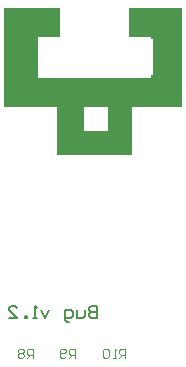
<source format=gbo>
%FSTAX23Y23*%
%MOIN*%
%SFA1B1*%

%IPPOS*%
%ADD12C,0.006000*%
%ADD14C,0.004000*%
%LNpcb_bug-1*%
%LPD*%
G36*
X036Y03749D02*
Y03741D01*
Y03733*
Y03725*
Y03717*
Y03709*
Y03701*
Y03693*
Y03685*
Y03677*
Y03669*
Y03661*
Y03653*
Y03645*
Y03637*
Y03629*
Y03621*
Y03613*
Y03605*
Y03597*
Y03589*
Y03581*
Y03573*
Y03565*
Y03557*
Y03549*
Y03541*
Y03533*
Y03525*
Y03517*
Y03509*
Y03501*
Y03493*
Y03485*
Y03477*
Y03469*
Y03461*
Y03453*
Y03445*
Y03437*
Y03429*
X03432*
Y03421*
Y03413*
Y03405*
Y03397*
Y03389*
Y03381*
Y03373*
Y03365*
Y03357*
Y03349*
Y03341*
Y03333*
Y03325*
Y03317*
Y03309*
Y03301*
Y03293*
Y03285*
Y03277*
Y03269*
X03184*
Y03277*
Y03285*
Y03293*
Y03301*
Y03309*
Y03317*
Y03325*
Y03333*
Y03341*
Y03349*
Y03357*
Y03365*
Y03373*
Y03381*
Y03389*
Y03397*
Y03405*
Y03413*
Y03421*
Y03429*
X03008*
Y03437*
Y03445*
Y03453*
Y03461*
Y03469*
Y03477*
Y03485*
Y03493*
Y03501*
Y03509*
Y03517*
Y03525*
Y03533*
Y03541*
Y03549*
Y03557*
Y03565*
Y03573*
Y03581*
Y03589*
Y03597*
Y03605*
Y03613*
Y03621*
Y03629*
Y03637*
Y03645*
Y03653*
Y03661*
Y03669*
Y03677*
Y03685*
Y03693*
Y03701*
Y03709*
Y03717*
Y03725*
Y03733*
Y03741*
Y03749*
Y03757*
X03192*
Y03749*
Y03741*
Y03733*
Y03725*
Y03717*
Y03709*
Y03701*
Y03693*
Y03685*
Y03677*
Y03669*
Y03661*
X0312*
Y03653*
Y03645*
Y03637*
Y03629*
Y03621*
Y03613*
Y03605*
Y03597*
Y03589*
Y03581*
Y03573*
Y03565*
Y03557*
Y03549*
Y03541*
Y03533*
Y03525*
X03496*
Y03533*
X03504*
Y03541*
Y03549*
Y03557*
Y03565*
Y03573*
Y03581*
Y03589*
Y03597*
Y03605*
Y03613*
Y03621*
Y03629*
Y03637*
Y03645*
Y03653*
X03496*
Y03661*
X03424*
Y03669*
Y03677*
Y03685*
Y03693*
Y03701*
Y03709*
Y03717*
Y03725*
Y03733*
Y03741*
Y03749*
Y03757*
X036*
Y03749*
G37*
%LNpcb_bug-2*%
%LPC*%
G36*
X03352Y03429D02*
X03272D01*
Y03421*
Y03413*
Y03405*
Y03397*
Y03389*
Y03381*
Y03373*
Y03365*
Y03357*
Y03349*
X03352*
Y03357*
Y03365*
Y03373*
Y03381*
Y03389*
Y03397*
Y03405*
Y03413*
Y03421*
Y03429*
G37*
%LNpcb_bug-3*%
%LPD*%
G54D12*
X03317Y02764D02*
Y02724D01*
X03297*
X03291Y0273*
Y02737*
X03297Y02744*
X03317*
X03297*
X03291Y0275*
Y02757*
X03297Y02764*
X03317*
X03277Y0275D02*
Y0273D01*
X03271Y02724*
X03251*
Y0275*
X03224Y0271D02*
X03217D01*
X03211Y02717*
Y0275*
X03231*
X03237Y02744*
Y0273*
X03231Y02724*
X03211*
X03157Y0275D02*
X03144Y02724D01*
X03131Y0275*
X03117Y02724D02*
X03104D01*
X03111*
Y02764*
X03117Y02757*
X03084Y02724D02*
Y0273D01*
X03077*
Y02724*
X03084*
X03024D02*
X03051D01*
X03024Y0275*
Y02757*
X03031Y02764*
X03044*
X03051Y02757*
G54D14*
X03411Y02592D02*
Y02622D01*
X03396*
X03391Y02617*
Y02607*
X03396Y02602*
X03411*
X03401D02*
X03391Y02592D01*
X03381D02*
X03371D01*
X03376*
Y02622*
X03381Y02617*
X03356D02*
X03351Y02622D01*
X03341*
X03336Y02617*
Y02597*
X03341Y02592*
X03351*
X03356Y02597*
Y02617*
X03242Y02592D02*
Y02622D01*
X03227*
X03222Y02617*
Y02607*
X03227Y02602*
X03242*
X03232D02*
X03222Y02592D01*
X03212Y02597D02*
X03207Y02592D01*
X03197*
X03192Y02597*
Y02617*
X03197Y02622*
X03207*
X03212Y02617*
Y02612*
X03207Y02607*
X03192*
X03103Y02592D02*
Y02622D01*
X03088*
X03083Y02617*
Y02607*
X03088Y02602*
X03103*
X03093D02*
X03083Y02592D01*
X03073Y02617D02*
X03068Y02622D01*
X03058*
X03053Y02617*
Y02612*
X03058Y02607*
X03053Y02602*
Y02597*
X03058Y02592*
X03068*
X03073Y02597*
Y02602*
X03068Y02607*
X03073Y02612*
Y02617*
X03068Y02607D02*
X03058D01*
M02*
</source>
